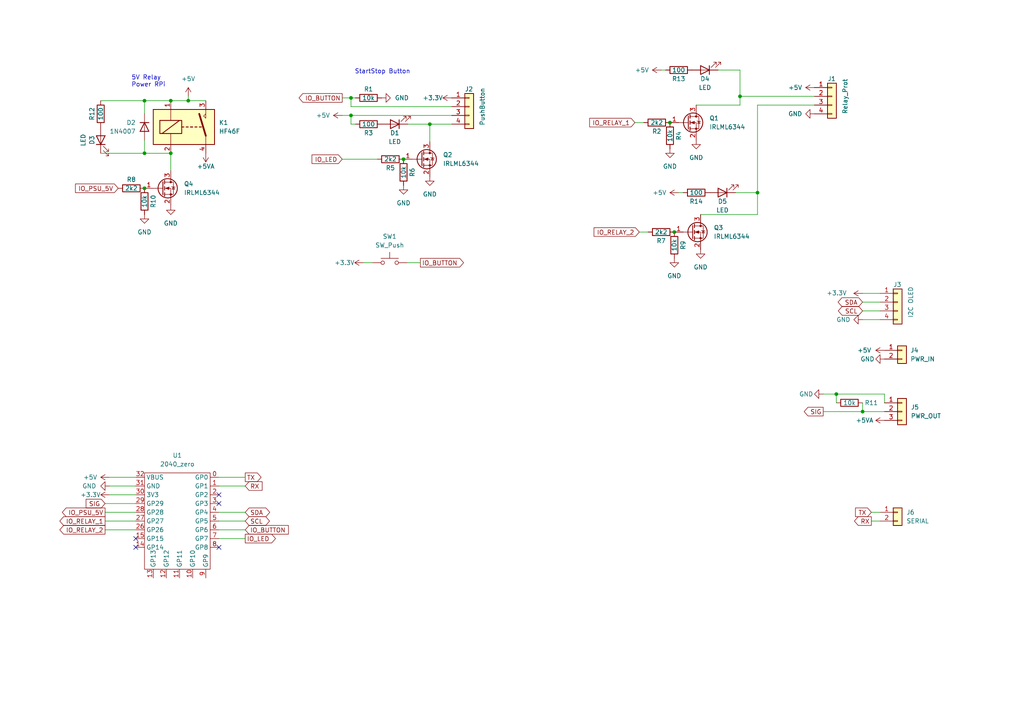
<source format=kicad_sch>
(kicad_sch (version 20211123) (generator eeschema)
  (paper "A4")
  (lib_symbols
    (symbol "Connector_Generic:Conn_01x02" (pin_names (offset 1.016) hide)
      (property "Reference" "J" (at 0 2.54 0))
      (property "Value" "Conn_01x02" (at 0 -5.08 0))
      (symbol "Conn_01x02_1_1"
        (rectangle (start -1.27 -2.413) (end 0 -2.667) (stroke (width 0.1524)))
        (rectangle (start -1.27 0.127) (end 0 -0.127) (stroke (width 0.1524)))
        (rectangle (start -1.27 1.27) (end 1.27 -3.81) (stroke (width 0.254)) (fill (type background)))
        (pin passive line (at -5.08 0 0) (length 3.81) (name "Pin_1") (number "1"))
        (pin passive line (at -5.08 -2.54 0) (length 3.81) (name "Pin_2") (number "2"))
      )
    )
    (symbol "Connector_Generic:Conn_01x03" (pin_names (offset 1.016) hide)
      (property "Reference" "J" (at 0 5.08 0))
      (property "Value" "Conn_01x03" (at 0 -5.08 0))
      (symbol "Conn_01x03_1_1"
        (rectangle (start -1.27 -2.413) (end 0 -2.667) (stroke (width 0.1524)))
        (rectangle (start -1.27 0.127) (end 0 -0.127) (stroke (width 0.1524)))
        (rectangle (start -1.27 2.667) (end 0 2.413) (stroke (width 0.1524)))
        (rectangle (start -1.27 3.81) (end 1.27 -3.81) (stroke (width 0.254)) (fill (type background)))
        (pin passive line (at -5.08 2.54 0) (length 3.81) (name "Pin_1") (number "1"))
        (pin passive line (at -5.08 0 0) (length 3.81) (name "Pin_2") (number "2"))
        (pin passive line (at -5.08 -2.54 0) (length 3.81) (name "Pin_3") (number "3"))
      )
    )
    (symbol "Connector_Generic:Conn_01x04" (pin_names (offset 1.016) hide)
      (property "Reference" "J" (at 0 5.08 0))
      (property "Value" "Conn_01x04" (at 0 -7.62 0))
      (symbol "Conn_01x04_1_1"
        (rectangle (start -1.27 -4.953) (end 0 -5.207) (stroke (width 0.1524)))
        (rectangle (start -1.27 -2.413) (end 0 -2.667) (stroke (width 0.1524)))
        (rectangle (start -1.27 0.127) (end 0 -0.127) (stroke (width 0.1524)))
        (rectangle (start -1.27 2.667) (end 0 2.413) (stroke (width 0.1524)))
        (rectangle (start -1.27 3.81) (end 1.27 -6.35) (stroke (width 0.254)) (fill (type background)))
        (pin passive line (at -5.08 2.54 0) (length 3.81) (name "Pin_1") (number "1"))
        (pin passive line (at -5.08 0 0) (length 3.81) (name "Pin_2") (number "2"))
        (pin passive line (at -5.08 -2.54 0) (length 3.81) (name "Pin_3") (number "3"))
        (pin passive line (at -5.08 -5.08 0) (length 3.81) (name "Pin_4") (number "4"))
      )
    )
    (symbol "Device:LED" (pin_numbers hide) (pin_names (offset 1.016) hide)
      (property "Reference" "D" (at 0 2.54 0))
      (property "Value" "LED" (at 0 -2.54 0))
      (symbol "LED_0_1"
        (polyline (pts (xy -1.27 -1.27) (xy -1.27 1.27)) (stroke (width 0.254)))
        (polyline (pts (xy -1.27 0) (xy 1.27 0)))
        (polyline (pts (xy 1.27 -1.27) (xy 1.27 1.27) (xy -1.27 0) (xy 1.27 -1.27)) (stroke (width 0.254)))
        (polyline (pts (xy -3.048 -0.762) (xy -4.572 -2.286) (xy -3.81 -2.286) (xy -4.572 -2.286) (xy -4.572 -1.524)))
        (polyline (pts (xy -1.778 -0.762) (xy -3.302 -2.286) (xy -2.54 -2.286) (xy -3.302 -2.286) (xy -3.302 -1.524)))
      )
      (symbol "LED_1_1"
        (pin passive line (at -3.81 0 0) (length 2.54) (name "K") (number "1"))
        (pin passive line (at 3.81 0 180) (length 2.54) (name "A") (number "2"))
      )
    )
    (symbol "Device:R" (pin_numbers hide) (pin_names (offset 0))
      (property "Reference" "R" (at 2.032 0 90))
      (property "Value" "R" (at 0 0 90))
      (symbol "R_0_1"
        (rectangle (start -1.016 -2.54) (end 1.016 2.54) (stroke (width 0.254)))
      )
      (symbol "R_1_1"
        (pin passive line (at 0 3.81 270) (length 1.27) (name "~") (number "1"))
        (pin passive line (at 0 -3.81 90) (length 1.27) (name "~") (number "2"))
      )
    )
    (symbol "Diode:1N4007" (pin_numbers hide) (pin_names (offset 1.016) hide)
      (property "Reference" "D" (at 0 2.54 0))
      (property "Value" "1N4007" (at 0 -2.54 0))
      (symbol "1N4007_0_1"
        (polyline (pts (xy -1.27 1.27) (xy -1.27 -1.27)) (stroke (width 0.254)))
        (polyline (pts (xy 1.27 0) (xy -1.27 0)))
        (polyline (pts (xy 1.27 1.27) (xy 1.27 -1.27) (xy -1.27 0) (xy 1.27 1.27)) (stroke (width 0.254)))
      )
      (symbol "1N4007_1_1"
        (pin passive line (at -3.81 0 0) (length 2.54) (name "K") (number "1"))
        (pin passive line (at 3.81 0 180) (length 2.54) (name "A") (number "2"))
      )
    )
    (symbol "Switch:SW_Push" (pin_numbers hide) (pin_names (offset 1.016) hide)
      (property "Reference" "SW" (at 1.27 2.54 0))
      (property "Value" "SW_Push" (at 0 -1.524 0))
      (symbol "SW_Push_0_1"
        (circle (center -2.032 0) (radius 0.508))
        (polyline (pts (xy 0 1.27) (xy 0 3.048)))
        (polyline (pts (xy 2.54 1.27) (xy -2.54 1.27)))
        (circle (center 2.032 0) (radius 0.508))
        (pin passive line (at -5.08 0 0) (length 2.54) (name "1") (number "1"))
        (pin passive line (at 5.08 0 180) (length 2.54) (name "2") (number "2"))
      )
    )
    (symbol "pixeltrace:2040_zero"
      (property "Reference" "U2" (at -0.635 13.7328 0))
      (property "Value" "2040_zero" (at -0.635 11.1959 0))
      (symbol "2040_zero_0_1"
        (rectangle (start -10.16 10.16) (end 8.89 -17.78))
      )
      (symbol "2040_zero_1_1"
        (pin input line (at 11.43 8.89 180) (length 2.54) (name "GP0") (number "0"))
        (pin input line (at 11.43 6.35 180) (length 2.54) (name "GP1") (number "1"))
        (pin input line (at 3.81 -20.32 90) (length 2.54) (name "GP10") (number "10"))
        (pin input line (at 0 -20.32 90) (length 2.54) (name "GP11") (number "11"))
        (pin input line (at -3.81 -20.32 90) (length 2.54) (name "GP12") (number "12"))
        (pin input line (at -7.62 -20.32 90) (length 2.54) (name "GP13") (number "13"))
        (pin input line (at -12.7 -11.43 0) (length 2.54) (name "GP14") (number "14"))
        (pin input line (at -12.7 -8.89 0) (length 2.54) (name "GP15") (number "15"))
        (pin input line (at 11.43 3.81 180) (length 2.54) (name "GP2") (number "2"))
        (pin input line (at -12.7 -6.35 0) (length 2.54) (name "GP26") (number "26"))
        (pin input line (at -12.7 -3.81 0) (length 2.54) (name "GP27") (number "27"))
        (pin input line (at -12.7 -1.27 0) (length 2.54) (name "GP28") (number "28"))
        (pin input line (at -12.7 1.27 0) (length 2.54) (name "GP29") (number "29"))
        (pin input line (at 11.43 1.27 180) (length 2.54) (name "GP3") (number "3"))
        (pin power_out line (at -12.7 3.81 0) (length 2.54) (name "3V3") (number "30"))
        (pin input line (at -12.7 6.35 0) (length 2.54) (name "GND") (number "31"))
        (pin power_out line (at -12.7 8.89 0) (length 2.54) (name "VBUS") (number "32"))
        (pin input line (at 11.43 -1.27 180) (length 2.54) (name "GP4") (number "4"))
        (pin input line (at 11.43 -3.81 180) (length 2.54) (name "GP5") (number "5"))
        (pin input line (at 11.43 -6.35 180) (length 2.54) (name "GP6") (number "6"))
        (pin input line (at 11.43 -8.89 180) (length 2.54) (name "GP7") (number "7"))
        (pin input line (at 11.43 -11.43 180) (length 2.54) (name "GP8") (number "8"))
        (pin input line (at 7.62 -20.32 90) (length 2.54) (name "GP9") (number "9"))
      )
    )
    (symbol "pixeltrace:HF46F" (pin_names (offset 1.016))
      (property "Reference" "K" (at 8.89 3.81 0))
      (property "Value" "HF46F" (at 8.89 1.27 0))
      (symbol "HF46F_0_0"
        (polyline (pts (xy 5.08 3.81) (xy 5.08 5.08)))
        (polyline (pts (xy 5.08 3.81) (xy 5.08 2.54) (xy 4.445 3.175) (xy 5.08 3.81)))
      )
      (symbol "HF46F_0_1"
        (rectangle (start -10.16 5.08) (end 7.62 -5.08) (stroke (width 0.254)) (fill (type background)))
        (rectangle (start -8.255 1.905) (end -1.905 -1.905) (stroke (width 0.254)))
        (polyline (pts (xy -7.62 -1.905) (xy -2.54 1.905)) (stroke (width 0.254)))
        (polyline (pts (xy -5.08 -5.08) (xy -5.08 -1.905)))
        (polyline (pts (xy -5.08 5.08) (xy -5.08 1.905)))
        (polyline (pts (xy -1.905 0) (xy -1.27 0)) (stroke (width 0.254)))
        (polyline (pts (xy -0.635 0) (xy 0 0)) (stroke (width 0.254)))
        (polyline (pts (xy 0.635 0) (xy 1.27 0)) (stroke (width 0.254)))
        (polyline (pts (xy 0.635 0) (xy 1.27 0)) (stroke (width 0.254)))
        (polyline (pts (xy 1.905 0) (xy 2.54 0)) (stroke (width 0.254)))
        (polyline (pts (xy 3.175 0) (xy 3.81 0)) (stroke (width 0.254)))
        (polyline (pts (xy 5.08 -2.54) (xy 3.175 3.81)) (stroke (width 0.508)))
        (polyline (pts (xy 5.08 -2.54) (xy 5.08 -5.08)))
      )
      (symbol "HF46F_1_1"
        (pin passive line (at -5.08 7.62 270) (length 2.54) (name "~") (number "1"))
        (pin passive line (at -5.08 -7.62 90) (length 2.54) (name "~") (number "2"))
        (pin passive line (at 5.08 7.62 270) (length 2.54) (name "~") (number "3"))
        (pin passive line (at 5.08 -7.62 90) (length 2.54) (name "~") (number "4"))
      )
    )
    (symbol "pixeltrace:IRLML6344" (pin_names hide)
      (property "Reference" "Q" (at 5.08 1.905 0))
      (property "Value" "IRLML6344" (at 5.08 0 0))
      (symbol "IRLML6344_0_1"
        (polyline (pts (xy 0.254 0) (xy -2.54 0)))
        (polyline (pts (xy 0.254 1.905) (xy 0.254 -1.905)) (stroke (width 0.254)))
        (polyline (pts (xy 0.762 -1.27) (xy 0.762 -2.286)) (stroke (width 0.254)))
        (polyline (pts (xy 0.762 0.508) (xy 0.762 -0.508)) (stroke (width 0.254)))
        (polyline (pts (xy 0.762 2.286) (xy 0.762 1.27)) (stroke (width 0.254)))
        (polyline (pts (xy 2.54 2.54) (xy 2.54 1.778)))
        (polyline (pts (xy 2.54 -2.54) (xy 2.54 0) (xy 0.762 0)))
        (polyline (pts (xy 0.762 -1.778) (xy 3.302 -1.778) (xy 3.302 1.778) (xy 0.762 1.778)))
        (polyline (pts (xy 1.016 0) (xy 2.032 0.381) (xy 2.032 -0.381) (xy 1.016 0)) (fill (type outline)))
        (polyline (pts (xy 2.794 0.508) (xy 2.921 0.381) (xy 3.683 0.381) (xy 3.81 0.254)))
        (polyline (pts (xy 3.302 0.381) (xy 2.921 -0.254) (xy 3.683 -0.254) (xy 3.302 0.381)))
        (circle (center 1.651 0) (radius 2.794) (stroke (width 0.254)))
        (circle (center 2.54 -1.778) (radius 0.254) (fill (type outline)))
        (circle (center 2.54 1.778) (radius 0.254) (fill (type outline)))
      )
      (symbol "IRLML6344_1_1"
        (pin input line (at -5.08 0 0) (length 2.54) (name "G") (number "1"))
        (pin passive line (at 2.54 -5.08 90) (length 2.54) (name "S") (number "2"))
        (pin passive line (at 2.54 5.08 270) (length 2.54) (name "D") (number "3"))
      )
    )
    (symbol "power:+3.3V" (power) (pin_names (offset 0))
      (property "Value" "+3.3V" (at 0 3.556 0))
      (symbol "+3.3V_0_1"
        (polyline (pts (xy -0.762 1.27) (xy 0 2.54)))
        (polyline (pts (xy 0 0) (xy 0 2.54)))
        (polyline (pts (xy 0 2.54) (xy 0.762 1.27)))
      )
      (symbol "+3.3V_1_1"
        (pin power_in line (at 0 0 90) (length 0) hide (name "+3.3V") (number "1"))
      )
    )
    (symbol "power:+5V" (power) (pin_names (offset 0))
      (property "Value" "+5V" (at 0 3.556 0))
      (symbol "+5V_0_1"
        (polyline (pts (xy -0.762 1.27) (xy 0 2.54)))
        (polyline (pts (xy 0 0) (xy 0 2.54)))
        (polyline (pts (xy 0 2.54) (xy 0.762 1.27)))
      )
      (symbol "+5V_1_1"
        (pin power_in line (at 0 0 90) (length 0) hide (name "+5V") (number "1"))
      )
    )
    (symbol "power:+5VA" (power) (pin_names (offset 0))
      (property "Value" "+5VA" (at 0 3.556 0))
      (symbol "+5VA_0_1"
        (polyline (pts (xy -0.762 1.27) (xy 0 2.54)))
        (polyline (pts (xy 0 0) (xy 0 2.54)))
        (polyline (pts (xy 0 2.54) (xy 0.762 1.27)))
      )
      (symbol "+5VA_1_1"
        (pin power_in line (at 0 0 90) (length 0) hide (name "+5VA") (number "1"))
      )
    )
    (symbol "power:GND" (power) (pin_names (offset 0))
      (property "Value" "GND" (at 0 -3.81 0))
      (symbol "GND_0_1"
        (polyline (pts (xy 0 0) (xy 0 -1.27) (xy 1.27 -1.27) (xy 0 -2.54) (xy -1.27 -1.27) (xy 0 -1.27)))
      )
      (symbol "GND_1_1"
        (pin power_in line (at 0 0 270) (length 0) hide (name "GND") (number "1"))
      )
    )
  )
  (junction (at 41.91 54.61))
  (junction (at 117.0432 46.1772))
  (junction (at 250.19 119.38))
  (junction (at 41.91 29.21))
  (junction (at 54.61 29.21))
  (junction (at 219.71 55.88))
  (junction (at 49.53 44.45))
  (junction (at 41.91 44.45))
  (junction (at 101.8032 28.3972))
  (junction (at 194.31 35.56))
  (junction (at 242.57 114.3))
  (junction (at 195.58 67.31))
  (junction (at 124.6632 36.0172))
  (junction (at 101.8032 33.4772))
  (junction (at 214.63 27.94))
  (junction (at 49.53 29.21))
  (no_connect (at 63.5 143.51))
  (no_connect (at 63.5 146.05))
  (no_connect (at 39.37 158.75))
  (no_connect (at 39.37 156.21))
  (no_connect (at 63.5 158.75))
  (wire (pts (xy 101.8032 33.4772) (xy 101.8032 36.0172)))
  (wire (pts (xy 250.19 119.38) (xy 256.54 119.38)))
  (wire (pts (xy 101.8032 30.9372) (xy 131.0132 30.9372)))
  (wire (pts (xy 31.75 140.97) (xy 39.37 140.97)))
  (wire (pts (xy 256.54 114.3) (xy 256.54 116.84)))
  (wire (pts (xy 242.57 114.3) (xy 242.57 116.84)))
  (wire (pts (xy 54.61 29.21) (xy 59.69 29.21)))
  (wire (pts (xy 105.41 76.2) (xy 107.95 76.2)))
  (wire (pts (xy 30.48 146.05) (xy 39.37 146.05)))
  (wire (pts (xy 30.48 148.59) (xy 39.37 148.59)))
  (wire (pts (xy 124.6632 36.0172) (xy 131.0132 36.0172)))
  (wire (pts (xy 201.93 30.48) (xy 214.63 30.48)))
  (wire (pts (xy 49.53 44.45) (xy 49.53 49.53)))
  (wire (pts (xy 63.5 140.97) (xy 71.12 140.97)))
  (wire (pts (xy 214.63 20.32) (xy 214.63 27.94)))
  (wire (pts (xy 213.36 55.88) (xy 219.71 55.88)))
  (wire (pts (xy 99.2632 46.1772) (xy 109.4232 46.1772)))
  (wire (pts (xy 63.5 153.67) (xy 71.12 153.67)))
  (wire (pts (xy 208.28 20.32) (xy 214.63 20.32)))
  (wire (pts (xy 101.8032 33.4772) (xy 131.0132 33.4772)))
  (wire (pts (xy 124.6632 36.0172) (xy 124.6632 41.0972)))
  (wire (pts (xy 238.76 119.38) (xy 250.19 119.38)))
  (wire (pts (xy 41.91 44.45) (xy 49.53 44.45)))
  (wire (pts (xy 118.3132 36.0172) (xy 124.6632 36.0172)))
  (wire (pts (xy 250.19 90.17) (xy 255.27 90.17)))
  (wire (pts (xy 219.71 30.48) (xy 219.71 55.88)))
  (wire (pts (xy 31.75 138.43) (xy 39.37 138.43)))
  (wire (pts (xy 184.15 35.56) (xy 186.69 35.56)))
  (wire (pts (xy 29.21 44.45) (xy 41.91 44.45)))
  (wire (pts (xy 242.57 114.3) (xy 256.54 114.3)))
  (wire (pts (xy 63.5 148.59) (xy 71.12 148.59)))
  (wire (pts (xy 41.91 29.21) (xy 49.53 29.21)))
  (wire (pts (xy 99.2632 28.3972) (xy 101.8032 28.3972)))
  (wire (pts (xy 101.8032 28.3972) (xy 103.0732 28.3972)))
  (wire (pts (xy 31.75 143.51) (xy 39.37 143.51)))
  (wire (pts (xy 41.91 40.64) (xy 41.91 44.45)))
  (wire (pts (xy 238.76 114.3) (xy 242.57 114.3)))
  (wire (pts (xy 219.71 30.48) (xy 236.22 30.48)))
  (wire (pts (xy 63.5 151.13) (xy 71.12 151.13)))
  (wire (pts (xy 29.21 29.21) (xy 41.91 29.21)))
  (wire (pts (xy 250.19 85.09) (xy 255.27 85.09)))
  (wire (pts (xy 214.63 30.48) (xy 214.63 27.94)))
  (wire (pts (xy 118.11 76.2) (xy 121.92 76.2)))
  (wire (pts (xy 30.48 153.67) (xy 39.37 153.67)))
  (wire (pts (xy 101.8032 28.3972) (xy 101.8032 30.9372)))
  (wire (pts (xy 250.19 116.84) (xy 250.19 119.38)))
  (wire (pts (xy 196.85 55.88) (xy 198.12 55.88)))
  (wire (pts (xy 219.71 55.88) (xy 219.71 62.23)))
  (wire (pts (xy 214.63 27.94) (xy 236.22 27.94)))
  (wire (pts (xy 250.19 92.71) (xy 255.27 92.71)))
  (wire (pts (xy 191.77 20.32) (xy 193.04 20.32)))
  (wire (pts (xy 54.61 27.94) (xy 54.61 29.21)))
  (wire (pts (xy 63.5 156.21) (xy 71.12 156.21)))
  (wire (pts (xy 49.53 29.21) (xy 54.61 29.21)))
  (wire (pts (xy 30.48 151.13) (xy 39.37 151.13)))
  (wire (pts (xy 250.19 87.63) (xy 255.27 87.63)))
  (wire (pts (xy 252.73 151.13) (xy 255.27 151.13)))
  (wire (pts (xy 252.73 148.59) (xy 255.27 148.59)))
  (wire (pts (xy 101.8032 36.0172) (xy 103.0732 36.0172)))
  (wire (pts (xy 63.5 138.43) (xy 71.12 138.43)))
  (wire (pts (xy 41.91 33.02) (xy 41.91 29.21)))
  (wire (pts (xy 203.2 62.23) (xy 219.71 62.23)))
  (wire (pts (xy 185.42 67.31) (xy 187.96 67.31)))
  (wire (pts (xy 99.2632 33.4772) (xy 101.8032 33.4772)))
  (text "5V Relay\nPower RPi" (at 38.1 25.4 0) (effects (font (size 1.27 1.27)) (justify left bottom)))
  (text "StartStop Button" (at 102.87 21.59 0) (effects (font (size 1.27 1.27)) (justify left bottom)))
  (global_label "SIG" (shape input) (at 30.48 146.05 180) (property "Intersheet References" "${INTERSHEET_REFS}" (effects hide)))
  (global_label "IO_BUTTON" (shape input) (at 71.12 153.67 0) (property "Intersheet References" "${INTERSHEET_REFS}" (effects hide)))
  (global_label "IO_LED" (shape input) (at 99.2632 46.1772 180) (property "Intersheet References" "${INTERSHEET_REFS}" (effects hide)))
  (global_label "TX" (shape output) (at 71.12 138.43 0) (property "Intersheet References" "${INTERSHEET_REFS}" (effects hide)))
  (global_label "IO_PSU_5V" (shape output) (at 30.48 148.59 180) (property "Intersheet References" "${INTERSHEET_REFS}" (effects hide)))
  (global_label "RX" (shape input) (at 71.12 140.97 0) (property "Intersheet References" "${INTERSHEET_REFS}" (effects hide)))
  (global_label "IO_BUTTON" (shape output) (at 99.2632 28.3972 180) (property "Intersheet References" "${INTERSHEET_REFS}" (effects hide)))
  (global_label "IO_RELAY_1" (shape output) (at 30.48 151.13 180) (property "Intersheet References" "${INTERSHEET_REFS}" (effects hide)))
  (global_label "IO_PSU_5V" (shape input) (at 34.29 54.61 180) (property "Intersheet References" "${INTERSHEET_REFS}" (effects hide)))
  (global_label "IO_BUTTON" (shape output) (at 121.92 76.2 0) (property "Intersheet References" "${INTERSHEET_REFS}" (effects hide)))
  (global_label "IO_LED" (shape output) (at 71.12 156.21 0) (property "Intersheet References" "${INTERSHEET_REFS}" (effects hide)))
  (global_label "SCL" (shape bidirectional) (at 71.12 151.13 0) (property "Intersheet References" "${INTERSHEET_REFS}" (effects hide)))
  (global_label "SDA" (shape bidirectional) (at 71.12 148.59 0) (property "Intersheet References" "${INTERSHEET_REFS}" (effects hide)))
  (global_label "IO_RELAY_1" (shape input) (at 184.15 35.56 180) (property "Intersheet References" "${INTERSHEET_REFS}" (effects hide)))
  (global_label "SDA" (shape bidirectional) (at 250.19 87.63 180) (property "Intersheet References" "${INTERSHEET_REFS}" (effects hide)))
  (global_label "IO_RELAY_2" (shape output) (at 30.48 153.67 180) (property "Intersheet References" "${INTERSHEET_REFS}" (effects hide)))
  (global_label "SCL" (shape bidirectional) (at 250.19 90.17 180) (property "Intersheet References" "${INTERSHEET_REFS}" (effects hide)))
  (global_label "RX" (shape output) (at 252.73 151.13 180) (property "Intersheet References" "${INTERSHEET_REFS}" (effects hide)))
  (global_label "SIG" (shape output) (at 238.76 119.38 180) (property "Intersheet References" "${INTERSHEET_REFS}" (effects hide)))
  (global_label "IO_RELAY_2" (shape input) (at 185.42 67.31 180) (property "Intersheet References" "${INTERSHEET_REFS}" (effects hide)))
  (global_label "TX" (shape input) (at 252.73 148.59 180) (property "Intersheet References" "${INTERSHEET_REFS}" (effects hide)))
  (symbol (lib_id "power:+3.3V") (at 105.41 76.2 90) (unit 1)
    (property "Reference" "#PWR027" (effects hide))
    (property "Value" "+3.3V" (at 102.87 76.2 90) (effects (justify left)))
  )
  (symbol (lib_id "power:+3.3V") (at 131.0132 28.3972 90) (unit 1)
    (property "Reference" "#PWR04" (effects hide))
    (property "Value" "+3.3V" (at 128.4732 28.3972 90) (effects (justify left)))
  )
  (symbol (lib_id "pixeltrace:2040_zero") (at 52.07 147.32 0) (unit 1)
    (property "Reference" "U1" (at 51.435 132.08 0))
    (property "Value" "2040_zero" (at 51.435 134.62 0))
    (property "Footprint" "pixeltrace:rp2040_zero" (effects hide))
  )
  (symbol (lib_id "power:+5V") (at 31.75 138.43 90) (unit 1)
    (property "Reference" "#PWR022" (effects hide))
    (property "Value" "+5V" (at 24.13 138.43 90) (effects (justify right)))
  )
  (symbol (lib_id "Device:R") (at 194.31 39.37 0) (unit 1)
    (property "Reference" "R4" (at 196.85 39.37 90))
    (property "Value" "10k" (at 194.31 39.37 90))
    (property "Footprint" "Resistor_SMD:R_0805_2012Metric" (effects hide))
  )
  (symbol (lib_id "power:+5VA") (at 59.69 44.45 180) (unit 1)
    (property "Reference" "#PWR09" (effects hide))
    (property "Value" "+5VA" (at 59.69 48.26 0))
  )
  (symbol (lib_id "Connector_Generic:Conn_01x04") (at 136.0932 30.9372 0) (unit 1)
    (property "Reference" "J2" (at 134.8232 25.8572 0) (effects (justify left)))
    (property "Value" "PushButton" (at 139.9032 30.9372 90))
    (property "Footprint" "Connector_JST:JST_XH_B4B-XH-A_1x04_P2.50mm_Vertical" (effects hide))
  )
  (symbol (lib_id "power:+3.3V") (at 31.75 143.51 90) (unit 1)
    (property "Reference" "#PWR024" (effects hide))
    (property "Value" "+3.3V" (at 29.21 143.51 90) (effects (justify left)))
  )
  (symbol (lib_id "Device:R") (at 41.91 58.42 0) (unit 1)
    (property "Reference" "R10" (at 44.45 58.42 90))
    (property "Value" "10k" (at 41.91 58.42 90))
    (property "Footprint" "Resistor_SMD:R_0805_2012Metric" (effects hide))
  )
  (symbol (lib_id "pixeltrace:IRLML6344") (at 46.99 54.61 0) (unit 1)
    (property "Reference" "Q4" (at 53.34 53.3399 0) (effects (justify left)))
    (property "Value" "IRLML6344" (at 53.34 55.8799 0) (effects (justify left)))
    (property "Footprint" "Package_TO_SOT_SMD:SOT-23" (effects hide))
    (property "Datasheet" "https://cdn-reichelt.de/documents/datenblatt/A200/DS_IRLML6344-IR.pdf" (effects hide))
  )
  (symbol (lib_id "pixeltrace:IRLML6344") (at 122.1232 46.1772 0) (unit 1)
    (property "Reference" "Q2" (at 128.4732 44.9071 0) (effects (justify left)))
    (property "Value" "IRLML6344" (at 128.4732 47.4471 0) (effects (justify left)))
    (property "Footprint" "Package_TO_SOT_SMD:SOT-23" (effects hide))
    (property "Datasheet" "https://cdn-reichelt.de/documents/datenblatt/A200/DS_IRLML6344-IR.pdf" (effects hide))
  )
  (symbol (lib_id "power:GND") (at 238.76 114.3 270) (unit 1)
    (property "Reference" "#PWR021" (effects hide))
    (property "Value" "GND" (at 231.775 114.3 90) (effects (justify left)))
  )
  (symbol (lib_id "Device:R") (at 117.0432 49.9872 0) (unit 1)
    (property "Reference" "R6" (at 119.5832 49.9872 90))
    (property "Value" "10k" (at 117.0432 49.9872 90))
    (property "Footprint" "Resistor_SMD:R_0805_2012Metric" (effects hide))
  )
  (symbol (lib_id "Connector_Generic:Conn_01x02") (at 260.35 148.59 0) (unit 1)
    (property "Reference" "J6" (at 262.89 148.5899 0) (effects (justify left)))
    (property "Value" "SERIAL" (at 262.89 151.1299 0) (effects (justify left)))
    (property "Footprint" "Connector_JST:JST_XH_B2B-XH-A_1x02_P2.50mm_Vertical" (effects hide))
  )
  (symbol (lib_id "power:GND") (at 256.54 104.14 270) (unit 1)
    (property "Reference" "#PWR019" (effects hide))
    (property "Value" "GND" (at 249.555 104.14 90) (effects (justify left)))
  )
  (symbol (lib_id "Connector_Generic:Conn_01x04") (at 260.35 87.63 0) (unit 1)
    (property "Reference" "J3" (at 259.08 82.55 0) (effects (justify left)))
    (property "Value" "I2C OLED" (at 264.16 87.63 90))
    (property "Footprint" "Connector_JST:JST_XH_B4B-XH-A_1x04_P2.50mm_Vertical" (effects hide))
  )
  (symbol (lib_id "Device:R") (at 113.2332 46.1772 90) (unit 1)
    (property "Reference" "R5" (at 113.2332 48.7172 90))
    (property "Value" "2k2" (at 113.2332 46.1772 90))
    (property "Footprint" "Resistor_SMD:R_0805_2012Metric" (effects hide))
  )
  (symbol (lib_id "power:+5VA") (at 256.54 121.92 90) (unit 1)
    (property "Reference" "#PWR020" (effects hide))
    (property "Value" "+5VA" (at 253.365 121.9199 90) (effects (justify left)))
  )
  (symbol (lib_id "Device:R") (at 106.8832 36.0172 90) (unit 1)
    (property "Reference" "R3" (at 106.8832 38.5572 90))
    (property "Value" "100" (at 106.8832 36.0172 90))
    (property "Footprint" "Resistor_SMD:R_0805_2012Metric" (effects hide))
  )
  (symbol (lib_id "power:GND") (at 203.2 72.39 0) (unit 1)
    (property "Reference" "#PWR012" (effects hide))
    (property "Value" "GND" (at 203.2 77.47 0))
  )
  (symbol (lib_id "pixeltrace:IRLML6344") (at 200.66 67.31 0) (unit 1)
    (property "Reference" "Q3" (at 207.01 66.0399 0) (effects (justify left)))
    (property "Value" "IRLML6344" (at 207.01 68.5799 0) (effects (justify left)))
    (property "Footprint" "Package_TO_SOT_SMD:SOT-23" (effects hide))
    (property "Datasheet" "https://cdn-reichelt.de/documents/datenblatt/A200/DS_IRLML6344-IR.pdf" (effects hide))
  )
  (symbol (lib_id "Device:LED") (at 114.5032 36.0172 180) (unit 1)
    (property "Reference" "D1" (at 114.5032 38.5572 0))
    (property "Value" "LED" (at 114.5032 41.0972 0))
    (property "Footprint" "LED_SMD:LED_0805_2012Metric" (effects hide))
  )
  (symbol (lib_id "power:+5V") (at 236.22 25.4 90) (unit 1)
    (property "Reference" "#PWR01" (effects hide))
    (property "Value" "+5V" (at 228.6 25.4 90) (effects (justify right)))
  )
  (symbol (lib_id "Device:R") (at 201.93 55.88 90) (unit 1)
    (property "Reference" "R14" (at 201.93 58.42 90))
    (property "Value" "100" (at 201.93 55.88 90))
    (property "Footprint" "Resistor_SMD:R_0805_2012Metric" (effects hide))
  )
  (symbol (lib_id "pixeltrace:IRLML6344") (at 199.39 35.56 0) (unit 1)
    (property "Reference" "Q1" (at 205.74 34.2899 0) (effects (justify left)))
    (property "Value" "IRLML6344" (at 205.74 36.8299 0) (effects (justify left)))
    (property "Footprint" "Package_TO_SOT_SMD:SOT-23" (effects hide))
    (property "Datasheet" "https://cdn-reichelt.de/documents/datenblatt/A200/DS_IRLML6344-IR.pdf" (effects hide))
  )
  (symbol (lib_id "Device:R") (at 246.38 116.84 90) (unit 1)
    (property "Reference" "R11" (at 252.73 116.84 90))
    (property "Value" "10k" (at 246.38 116.84 90))
    (property "Footprint" "Resistor_SMD:R_0805_2012Metric" (effects hide))
  )
  (symbol (lib_id "power:GND") (at 250.19 92.71 270) (unit 1)
    (property "Reference" "#PWR017" (effects hide))
    (property "Value" "GND" (at 242.57 92.71 90) (effects (justify left)))
  )
  (symbol (lib_id "Device:LED") (at 204.47 20.32 180) (unit 1)
    (property "Reference" "D4" (at 204.47 22.86 0))
    (property "Value" "LED" (at 204.47 25.4 0))
    (property "Footprint" "LED_SMD:LED_0805_2012Metric" (effects hide))
  )
  (symbol (lib_id "power:GND") (at 110.6932 28.3972 90) (unit 1)
    (property "Reference" "#PWR03" (effects hide))
    (property "Value" "GND" (at 114.5032 28.3971 90) (effects (justify right)))
  )
  (symbol (lib_id "power:GND") (at 236.22 33.02 270) (unit 1)
    (property "Reference" "#PWR05" (effects hide))
    (property "Value" "GND" (at 228.6 33.02 90) (effects (justify left)))
  )
  (symbol (lib_id "Device:R") (at 190.5 35.56 90) (unit 1)
    (property "Reference" "R2" (at 190.5 38.1 90))
    (property "Value" "2k2" (at 190.5 35.56 90))
    (property "Footprint" "Resistor_SMD:R_0805_2012Metric" (effects hide))
  )
  (symbol (lib_id "power:+5V") (at 54.61 27.94 0) (unit 1)
    (property "Reference" "#PWR02" (effects hide))
    (property "Value" "+5V" (at 54.61 22.86 0))
  )
  (symbol (lib_id "power:+5V") (at 99.2632 33.4772 90) (unit 1)
    (property "Reference" "#PWR06" (effects hide))
    (property "Value" "+5V" (at 91.6432 33.4772 90) (effects (justify right)))
  )
  (symbol (lib_id "Device:R") (at 191.77 67.31 90) (unit 1)
    (property "Reference" "R7" (at 191.77 69.85 90))
    (property "Value" "2k2" (at 191.77 67.31 90))
    (property "Footprint" "Resistor_SMD:R_0805_2012Metric" (effects hide))
  )
  (symbol (lib_id "Switch:SW_Push") (at 113.03 76.2 0) (unit 1)
    (property "Reference" "SW1" (at 113.03 68.58 0))
    (property "Value" "SW_Push" (at 113.03 71.12 0))
    (property "Footprint" "pixeltrace:SW_04-03" (effects hide))
  )
  (symbol (lib_id "Device:R") (at 38.1 54.61 90) (unit 1)
    (property "Reference" "R8" (at 38.1 52.07 90))
    (property "Value" "2k2" (at 38.1 54.61 90))
    (property "Footprint" "Resistor_SMD:R_0805_2012Metric" (effects hide))
  )
  (symbol (lib_id "power:+5V") (at 196.85 55.88 90) (unit 1)
    (property "Reference" "#PWR026" (effects hide))
    (property "Value" "+5V" (at 189.23 55.88 90) (effects (justify right)))
  )
  (symbol (lib_id "power:GND") (at 41.91 62.23 0) (unit 1)
    (property "Reference" "#PWR015" (effects hide))
    (property "Value" "GND" (at 41.91 67.31 0))
  )
  (symbol (lib_id "power:GND") (at 124.6632 51.2572 0) (unit 1)
    (property "Reference" "#PWR010" (effects hide))
    (property "Value" "GND" (at 124.6632 56.3372 0))
  )
  (symbol (lib_id "Device:LED") (at 29.21 40.64 90) (unit 1)
    (property "Reference" "D3" (at 26.67 40.64 0))
    (property "Value" "LED" (at 24.13 40.64 0))
    (property "Footprint" "LED_SMD:LED_0805_2012Metric" (effects hide))
  )
  (symbol (lib_id "Diode:1N4007") (at 41.91 36.83 90) (mirror x) (unit 1)
    (property "Reference" "D2" (at 39.37 35.56 90) (effects (justify left)))
    (property "Value" "1N4007" (at 39.37 38.1 90) (effects (justify left)))
    (property "Footprint" "Diode_SMD:D_SOD-123" (effects hide))
    (property "Datasheet" "http://www.vishay.com/docs/88503/1n4001.pdf" (effects hide))
  )
  (symbol (lib_id "power:+5V") (at 256.54 101.6 90) (unit 1)
    (property "Reference" "#PWR018" (effects hide))
    (property "Value" "+5V" (at 252.73 101.5999 90) (effects (justify left)))
  )
  (symbol (lib_id "power:+3.3V") (at 250.19 85.09 90) (unit 1)
    (property "Reference" "#PWR016" (effects hide))
    (property "Value" "+3.3V" (at 245.618 84.9884 90) (effects (justify left)))
  )
  (symbol (lib_id "Device:R") (at 29.21 33.02 0) (unit 1)
    (property "Reference" "R12" (at 26.67 33.02 90))
    (property "Value" "100" (at 29.21 33.02 90))
    (property "Footprint" "Resistor_SMD:R_0805_2012Metric" (effects hide))
  )
  (symbol (lib_id "power:GND") (at 195.58 74.93 0) (unit 1)
    (property "Reference" "#PWR014" (effects hide))
    (property "Value" "GND" (at 195.58 80.01 0))
  )
  (symbol (lib_id "power:GND") (at 31.75 140.97 270) (unit 1)
    (property "Reference" "#PWR023" (effects hide))
    (property "Value" "GND" (at 27.94 140.97 90) (effects (justify right)))
  )
  (symbol (lib_id "Connector_Generic:Conn_01x04") (at 241.3 27.94 0) (unit 1)
    (property "Reference" "J1" (at 240.03 22.86 0) (effects (justify left)))
    (property "Value" "Relay_Prot" (at 245.11 27.94 90))
    (property "Footprint" "Connector_JST:JST_XH_B4B-XH-A_1x04_P2.50mm_Vertical" (effects hide))
  )
  (symbol (lib_id "Connector_Generic:Conn_01x03") (at 261.62 119.38 0) (unit 1)
    (property "Reference" "J5" (at 264.16 118.1099 0) (effects (justify left)))
    (property "Value" "PWR_OUT" (at 264.16 120.6499 0) (effects (justify left)))
    (property "Footprint" "pixeltrace:Molex_Micro-Fit_3.0_43650-0315_1x03_P3.00mm_Vertical" (effects hide))
  )
  (symbol (lib_id "Connector_Generic:Conn_01x02") (at 261.62 101.6 0) (unit 1)
    (property "Reference" "J4" (at 264.033 101.5999 0) (effects (justify left)))
    (property "Value" "PWR_IN" (at 264.033 104.1399 0) (effects (justify left)))
    (property "Footprint" "pixeltrace:Molex_Micro-Fit_3.0_43650-0215_1x02_P3.00mm_Vertical" (effects hide))
  )
  (symbol (lib_id "power:GND") (at 194.31 43.18 0) (unit 1)
    (property "Reference" "#PWR08" (effects hide))
    (property "Value" "GND" (at 194.31 48.26 0))
  )
  (symbol (lib_id "Device:R") (at 106.8832 28.3972 90) (unit 1)
    (property "Reference" "R1" (at 106.8832 25.8572 90))
    (property "Value" "10k" (at 106.8832 28.3972 90))
    (property "Footprint" "Resistor_SMD:R_0805_2012Metric" (effects hide))
  )
  (symbol (lib_id "Device:LED") (at 209.55 55.88 180) (unit 1)
    (property "Reference" "D5" (at 209.55 58.42 0))
    (property "Value" "LED" (at 209.55 60.96 0))
    (property "Footprint" "LED_SMD:LED_0805_2012Metric" (effects hide))
  )
  (symbol (lib_id "Device:R") (at 196.85 20.32 90) (unit 1)
    (property "Reference" "R13" (at 196.85 22.86 90))
    (property "Value" "100" (at 196.85 20.32 90))
    (property "Footprint" "Resistor_SMD:R_0805_2012Metric" (effects hide))
  )
  (symbol (lib_id "pixeltrace:HF46F") (at 54.61 36.83 0) (unit 1)
    (property "Reference" "K1" (at 63.5 35.5599 0) (effects (justify left)))
    (property "Value" "HF46F" (at 63.5 38.0999 0) (effects (justify left)))
    (property "Footprint" "pixeltrace:HF46F" (effects hide))
  )
  (symbol (lib_id "power:GND") (at 117.0432 53.7972 0) (unit 1)
    (property "Reference" "#PWR011" (effects hide))
    (property "Value" "GND" (at 117.0432 58.8772 0))
  )
  (symbol (lib_id "power:+5V") (at 191.77 20.32 90) (unit 1)
    (property "Reference" "#PWR025" (effects hide))
    (property "Value" "+5V" (at 184.15 20.32 90) (effects (justify right)))
  )
  (symbol (lib_id "power:GND") (at 49.53 59.69 0) (unit 1)
    (property "Reference" "#PWR013" (effects hide))
    (property "Value" "GND" (at 49.53 64.77 0))
  )
  (symbol (lib_id "Device:R") (at 195.58 71.12 0) (unit 1)
    (property "Reference" "R9" (at 198.12 71.12 90))
    (property "Value" "10k" (at 195.58 71.12 90))
    (property "Footprint" "Resistor_SMD:R_0805_2012Metric" (effects hide))
  )
  (symbol (lib_id "power:GND") (at 201.93 40.64 0) (unit 1)
    (property "Reference" "#PWR07" (effects hide))
    (property "Value" "GND" (at 201.93 45.72 0))
  )
)
</source>
